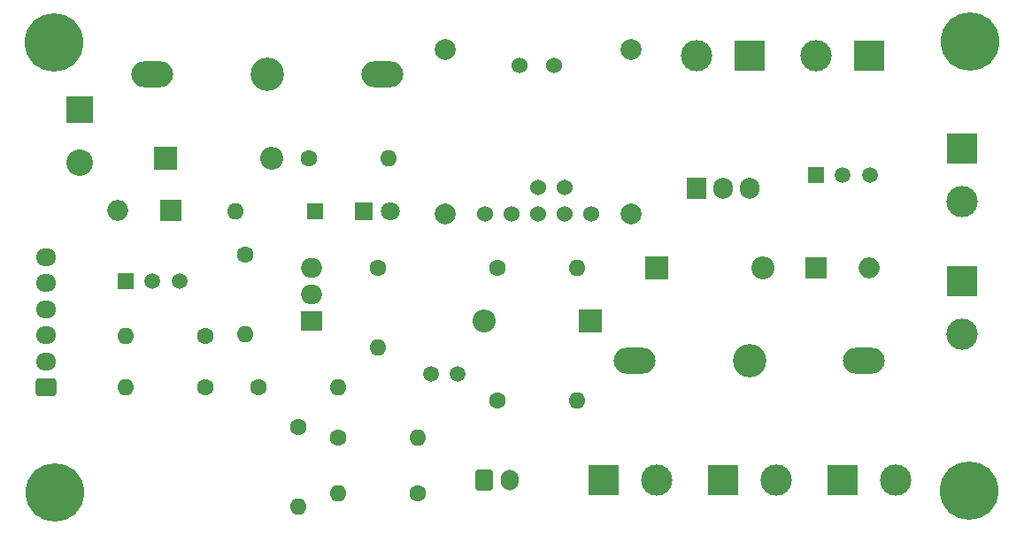
<source format=gts>
G04 #@! TF.GenerationSoftware,KiCad,Pcbnew,(5.99.0-10988-gd8b1e827c7)*
G04 #@! TF.CreationDate,2021-06-25T10:47:14+02:00*
G04 #@! TF.ProjectId,charge_pcb,63686172-6765-45f7-9063-622e6b696361,rev?*
G04 #@! TF.SameCoordinates,Original*
G04 #@! TF.FileFunction,Soldermask,Top*
G04 #@! TF.FilePolarity,Negative*
%FSLAX46Y46*%
G04 Gerber Fmt 4.6, Leading zero omitted, Abs format (unit mm)*
G04 Created by KiCad (PCBNEW (5.99.0-10988-gd8b1e827c7)) date 2021-06-25 10:47:14*
%MOMM*%
%LPD*%
G01*
G04 APERTURE LIST*
G04 Aperture macros list*
%AMRoundRect*
0 Rectangle with rounded corners*
0 $1 Rounding radius*
0 $2 $3 $4 $5 $6 $7 $8 $9 X,Y pos of 4 corners*
0 Add a 4 corners polygon primitive as box body*
4,1,4,$2,$3,$4,$5,$6,$7,$8,$9,$2,$3,0*
0 Add four circle primitives for the rounded corners*
1,1,$1+$1,$2,$3*
1,1,$1+$1,$4,$5*
1,1,$1+$1,$6,$7*
1,1,$1+$1,$8,$9*
0 Add four rect primitives between the rounded corners*
20,1,$1+$1,$2,$3,$4,$5,0*
20,1,$1+$1,$4,$5,$6,$7,0*
20,1,$1+$1,$6,$7,$8,$9,0*
20,1,$1+$1,$8,$9,$2,$3,0*%
G04 Aperture macros list end*
%ADD10C,5.600000*%
%ADD11C,3.600000*%
%ADD12O,1.600000X1.600000*%
%ADD13C,1.600000*%
%ADD14C,3.000000*%
%ADD15R,3.000000X3.000000*%
%ADD16O,2.000000X1.905000*%
%ADD17R,2.000000X1.905000*%
%ADD18O,1.905000X2.000000*%
%ADD19R,1.905000X2.000000*%
%ADD20O,2.200000X2.200000*%
%ADD21R,2.200000X2.200000*%
%ADD22O,1.700000X2.000000*%
%ADD23RoundRect,0.250000X-0.600000X-0.750000X0.600000X-0.750000X0.600000X0.750000X-0.600000X0.750000X0*%
%ADD24O,1.950000X1.700000*%
%ADD25RoundRect,0.250000X0.725000X-0.600000X0.725000X0.600000X-0.725000X0.600000X-0.725000X-0.600000X0*%
%ADD26C,1.800000*%
%ADD27R,1.800000X1.800000*%
%ADD28C,1.524000*%
%ADD29C,2.000000*%
%ADD30R,1.500000X1.500000*%
%ADD31C,1.500000*%
%ADD32C,3.200000*%
%ADD33O,4.000500X2.499360*%
%ADD34O,2.000000X2.000000*%
%ADD35R,2.000000X2.000000*%
%ADD36R,1.600000X1.600000*%
%ADD37C,1.501140*%
%ADD38C,2.540000*%
%ADD39R,2.540000X2.540000*%
G04 APERTURE END LIST*
D10*
X160830000Y-107840000D03*
D11*
X160830000Y-107840000D03*
D10*
X73250000Y-150970000D03*
D11*
X73250000Y-150970000D03*
D10*
X160750000Y-150820000D03*
D11*
X160750000Y-150820000D03*
D10*
X73160000Y-107940000D03*
D11*
X73160000Y-107940000D03*
D12*
X91440000Y-135890000D03*
D13*
X91440000Y-128270000D03*
D14*
X146050000Y-109220000D03*
D15*
X151130000Y-109220000D03*
D14*
X134620000Y-109220000D03*
D15*
X139700000Y-109220000D03*
D14*
X160020000Y-123190000D03*
D15*
X160020000Y-118110000D03*
D14*
X160020000Y-135890000D03*
D15*
X160020000Y-130810000D03*
D14*
X130810000Y-149860000D03*
D15*
X125730000Y-149860000D03*
D14*
X142240000Y-149860000D03*
D15*
X137160000Y-149860000D03*
D14*
X153670000Y-149860000D03*
D15*
X148590000Y-149860000D03*
D16*
X97790000Y-129540000D03*
X97790000Y-132080000D03*
D17*
X97790000Y-134620000D03*
D18*
X139700000Y-121920000D03*
X137160000Y-121920000D03*
D19*
X134620000Y-121920000D03*
D20*
X140970000Y-129540000D03*
D21*
X130810000Y-129540000D03*
D12*
X96520000Y-152400000D03*
D13*
X96520000Y-144780000D03*
D22*
X116800000Y-149860000D03*
D23*
X114300000Y-149860000D03*
D24*
X72390000Y-128470000D03*
X72390000Y-130970000D03*
X72390000Y-133470000D03*
X72390000Y-135970000D03*
X72390000Y-138470000D03*
D25*
X72390000Y-140970000D03*
D26*
X105370000Y-124050000D03*
D27*
X102830000Y-124050000D03*
D12*
X105220000Y-119010000D03*
D13*
X97600000Y-119010000D03*
D28*
X122010000Y-121790000D03*
X119470000Y-121790000D03*
X119470000Y-124330000D03*
X122010000Y-124330000D03*
D29*
X128360000Y-108582000D03*
X110580000Y-108582000D03*
X128360000Y-124330000D03*
X110580000Y-124330000D03*
D28*
X120994000Y-110106000D03*
X117692000Y-110106000D03*
X124550000Y-124330000D03*
X114390000Y-124330000D03*
X116930000Y-124330000D03*
D12*
X100330000Y-140970000D03*
D13*
X92710000Y-140970000D03*
D12*
X100330000Y-151100000D03*
D13*
X107950000Y-151100000D03*
D12*
X123190000Y-142240000D03*
D13*
X115570000Y-142240000D03*
D12*
X107950000Y-145790000D03*
D13*
X100330000Y-145790000D03*
D12*
X80010000Y-140970000D03*
D13*
X87630000Y-140970000D03*
D12*
X80010000Y-136000000D03*
D13*
X87630000Y-136000000D03*
D12*
X123190000Y-129540000D03*
D13*
X115570000Y-129540000D03*
D12*
X104140000Y-137160000D03*
D13*
X104140000Y-129540000D03*
D30*
X146050000Y-120650000D03*
D31*
X151250000Y-120650000D03*
X148650000Y-120650000D03*
D30*
X80010000Y-130810000D03*
D31*
X85210000Y-130810000D03*
X82610000Y-130810000D03*
D32*
X139700000Y-138430000D03*
D33*
X150700740Y-138430000D03*
X128699260Y-138430000D03*
D32*
X93620000Y-110950000D03*
D33*
X82619260Y-110950000D03*
X104620740Y-110950000D03*
D20*
X114300000Y-134620000D03*
D21*
X124460000Y-134620000D03*
D34*
X151130000Y-129540000D03*
D35*
X146050000Y-129540000D03*
D12*
X90570000Y-124090000D03*
D36*
X98190000Y-124090000D03*
D20*
X94040000Y-119010000D03*
D21*
X83880000Y-119010000D03*
D34*
X79330000Y-123970000D03*
D35*
X84410000Y-123970000D03*
D37*
X111760000Y-139700000D03*
X109220000Y-139700000D03*
D38*
X75640000Y-119430000D03*
D39*
X75640000Y-114350000D03*
M02*

</source>
